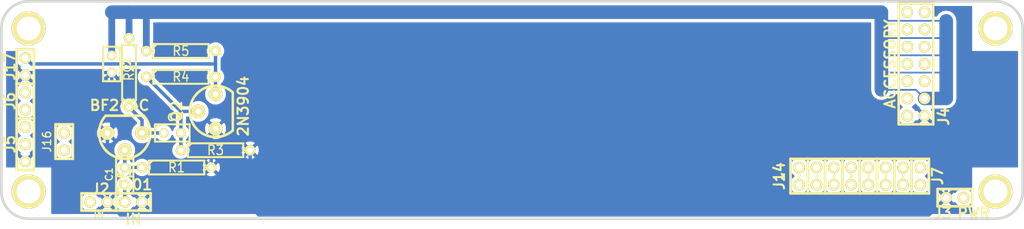
<source format=kicad_pcb>
(kicad_pcb (version 3) (host pcbnew "(2013-07-07 BZR 4022)-stable")

  (general
    (links 24)
    (no_connects 0)
    (area 92.586934 96.4816 257.413066 136.1684)
    (thickness 1.6)
    (drawings 8)
    (tracks 60)
    (zones 0)
    (modules 30)
    (nets 20)
  )

  (page A4)
  (layers
    (15 F.Cu signal)
    (0 B.Cu signal)
    (16 B.Adhes user)
    (17 F.Adhes user)
    (18 B.Paste user)
    (19 F.Paste user)
    (20 B.SilkS user)
    (21 F.SilkS user)
    (22 B.Mask user)
    (23 F.Mask user)
    (24 Dwgs.User user)
    (25 Cmts.User user)
    (26 Eco1.User user)
    (27 Eco2.User user)
    (28 Edge.Cuts user)
  )

  (setup
    (last_trace_width 0.254)
    (user_trace_width 0.254)
    (user_trace_width 0.5)
    (user_trace_width 1)
    (user_trace_width 2)
    (trace_clearance 0.254)
    (zone_clearance 0.5)
    (zone_45_only no)
    (trace_min 0.254)
    (segment_width 0.381)
    (edge_width 0.381)
    (via_size 0.889)
    (via_drill 0.635)
    (via_min_size 0.889)
    (via_min_drill 0.508)
    (uvia_size 0.508)
    (uvia_drill 0.127)
    (uvias_allowed no)
    (uvia_min_size 0.508)
    (uvia_min_drill 0.127)
    (pcb_text_width 0.3048)
    (pcb_text_size 1.524 2.032)
    (mod_edge_width 0.2)
    (mod_text_size 1.524 1.524)
    (mod_text_width 0.3048)
    (pad_size 1.69926 1.69926)
    (pad_drill 1.00076)
    (pad_to_mask_clearance 0.254)
    (aux_axis_origin 100 100)
    (visible_elements 7FFFFFFF)
    (pcbplotparams
      (layerselection 3178497)
      (usegerberextensions true)
      (excludeedgelayer true)
      (linewidth 0.150000)
      (plotframeref false)
      (viasonmask false)
      (mode 1)
      (useauxorigin false)
      (hpglpennumber 1)
      (hpglpenspeed 20)
      (hpglpendiameter 15)
      (hpglpenoverlay 2)
      (psnegative false)
      (psa4output false)
      (plotreference true)
      (plotvalue true)
      (plotothertext true)
      (plotinvisibletext false)
      (padsonsilk false)
      (subtractmaskfromsilk false)
      (outputformat 1)
      (mirror false)
      (drillshape 1)
      (scaleselection 1)
      (outputdirectory ""))
  )

  (net 0 "")
  (net 1 GND)
  (net 2 N-0000016)
  (net 3 N-0000018)
  (net 4 N-0000019)
  (net 5 N-000002)
  (net 6 N-0000029)
  (net 7 N-0000034)
  (net 8 N-0000035)
  (net 9 N-0000036)
  (net 10 N-0000037)
  (net 11 N-0000038)
  (net 12 N-000004)
  (net 13 N-0000040)
  (net 14 N-0000041)
  (net 15 N-0000042)
  (net 16 N-0000043)
  (net 17 N-0000080)
  (net 18 VCC)
  (net 19 VDD)

  (net_class Default "This is the default net class."
    (clearance 0.254)
    (trace_width 0.254)
    (via_dia 0.889)
    (via_drill 0.635)
    (uvia_dia 0.508)
    (uvia_drill 0.127)
    (add_net "")
    (add_net GND)
    (add_net N-0000016)
    (add_net N-0000018)
    (add_net N-0000019)
    (add_net N-000002)
    (add_net N-0000029)
    (add_net N-0000034)
    (add_net N-0000035)
    (add_net N-0000036)
    (add_net N-0000037)
    (add_net N-0000038)
    (add_net N-000004)
    (add_net N-0000040)
    (add_net N-0000041)
    (add_net N-0000042)
    (add_net N-0000043)
    (add_net N-0000080)
    (add_net VCC)
    (add_net VDD)
  )

  (module MNT_HOLE_3.5S (layer F.Cu) (tedit 52D076A0) (tstamp 52D08584)
    (at 104 104)
    (fp_text reference MNT_HOLE_3.5S (at 0 -6.35) (layer F.SilkS) hide
      (effects (font (size 1.524 1.524) (thickness 0.3048)))
    )
    (fp_text value Val** (at 0 0) (layer F.SilkS) hide
      (effects (font (size 1.524 1.524) (thickness 0.3048)))
    )
    (pad "" thru_hole circle (at 0 0) (size 5 5) (drill 3.5)
      (layers *.Cu *.Mask F.SilkS)
    )
  )

  (module MNT_HOLE_3.5S (layer F.Cu) (tedit 52D077E1) (tstamp 52D0858D)
    (at 104 128)
    (fp_text reference MNT_HOLE_3.5S (at 0 7) (layer F.SilkS) hide
      (effects (font (size 1.524 1.524) (thickness 0.3048)))
    )
    (fp_text value Val** (at 0 0) (layer F.SilkS) hide
      (effects (font (size 1.524 1.524) (thickness 0.3048)))
    )
    (pad "" thru_hole circle (at 0 0) (size 5 5) (drill 3.5)
      (layers *.Cu *.Mask F.SilkS)
    )
  )

  (module MNT_HOLE_3.5S (layer F.Cu) (tedit 52D076A0) (tstamp 52D08596)
    (at 246 104)
    (fp_text reference MNT_HOLE_3.5S (at 0 -6.35) (layer F.SilkS) hide
      (effects (font (size 1.524 1.524) (thickness 0.3048)))
    )
    (fp_text value Val** (at 0 0) (layer F.SilkS) hide
      (effects (font (size 1.524 1.524) (thickness 0.3048)))
    )
    (pad "" thru_hole circle (at 0 0) (size 5 5) (drill 3.5)
      (layers *.Cu *.Mask F.SilkS)
    )
  )

  (module MNT_HOLE_3.5S (layer F.Cu) (tedit 52D2548F) (tstamp 52D0859F)
    (at 246 128)
    (fp_text reference MNT_HOLE_3.5S (at 0 7) (layer F.SilkS) hide
      (effects (font (size 1.524 1.524) (thickness 0.3048)))
    )
    (fp_text value Val** (at 0 0) (layer F.SilkS) hide
      (effects (font (size 1.524 1.524) (thickness 0.3048)))
    )
    (pad "" thru_hole circle (at 0 0) (size 5 5) (drill 3.5)
      (layers *.Cu *.Mask F.SilkS)
    )
  )

  (module HDR-7x2 (layer F.Cu) (tedit 52D466E1) (tstamp 52D0E2FC)
    (at 234.315 109.22 270)
    (path /542389E8)
    (fp_text reference J4 (at 7.747 -4.064 270) (layer F.SilkS)
      (effects (font (size 1.524 1.524) (thickness 0.3048)))
    )
    (fp_text value ACCESSORY (at 0 3.81 270) (layer F.SilkS)
      (effects (font (size 1.524 1.524) (thickness 0.3048)))
    )
    (fp_line (start -8.89 -2.54) (end -8.89 2.54) (layer F.SilkS) (width 0.381))
    (fp_line (start -8.89 2.54) (end 8.89 2.54) (layer F.SilkS) (width 0.381))
    (fp_line (start 8.89 2.54) (end 8.89 -2.54) (layer F.SilkS) (width 0.381))
    (fp_line (start 8.89 -2.54) (end -8.89 -2.54) (layer F.SilkS) (width 0.381))
    (pad 1 thru_hole circle (at -7.62 1.27 270) (size 1.69926 1.69926) (drill 1.00076)
      (layers *.Cu *.Mask F.SilkS)
    )
    (pad 2 thru_hole circle (at -7.62 -1.27 270) (size 1.69926 1.69926) (drill 1.00076)
      (layers *.Cu *.Mask F.SilkS)
    )
    (pad 3 thru_hole circle (at -5.08 1.27 270) (size 1.69926 1.69926) (drill 1.00076)
      (layers *.Cu *.Mask F.SilkS)
    )
    (pad 4 thru_hole circle (at -5.08 -1.27 270) (size 1.69926 1.69926) (drill 1.00076)
      (layers *.Cu *.Mask F.SilkS)
    )
    (pad 5 thru_hole circle (at -2.54 1.27 270) (size 1.69926 1.69926) (drill 1.00076)
      (layers *.Cu *.Mask F.SilkS)
    )
    (pad 6 thru_hole circle (at -2.54 -1.27 270) (size 1.69926 1.69926) (drill 1.00076)
      (layers *.Cu *.Mask F.SilkS)
    )
    (pad 7 thru_hole circle (at 0 1.27 270) (size 1.69926 1.69926) (drill 1.00076)
      (layers *.Cu *.Mask F.SilkS)
    )
    (pad 8 thru_hole circle (at 0 -1.27 270) (size 1.69926 1.69926) (drill 1.00076)
      (layers *.Cu *.Mask F.SilkS)
    )
    (pad 9 thru_hole circle (at 2.54 1.27 270) (size 1.69926 1.69926) (drill 1.00076)
      (layers *.Cu *.Mask F.SilkS)
    )
    (pad 10 thru_hole circle (at 2.54 -1.27 270) (size 1.69926 1.69926) (drill 1.00076)
      (layers *.Cu *.Mask F.SilkS)
    )
    (pad 11 thru_hole circle (at 5.08 1.27 270) (size 1.69926 1.69926) (drill 1.00076)
      (layers *.Cu *.Mask F.SilkS)
    )
    (pad 12 thru_hole circle (at 5.08 -1.27 270) (size 1.69926 1.69926) (drill 1.00076)
      (layers *.Cu *.Mask F.SilkS)
      (net 19 VDD)
    )
    (pad 13 thru_hole circle (at 7.62 1.27 270) (size 1.69926 1.69926) (drill 1.00076)
      (layers *.Cu *.Mask F.SilkS)
    )
    (pad 14 thru_hole circle (at 7.62 -1.27 270) (size 1.69926 1.69926) (drill 1.00076)
      (layers *.Cu *.Mask F.SilkS)
      (net 1 GND)
    )
  )

  (module HDR-3 (layer F.Cu) (tedit 5424748D) (tstamp 52D0874A)
    (at 103.505 121.031 270)
    (path /513AB82E)
    (fp_text reference J5 (at 0 2.286 270) (layer F.SilkS)
      (effects (font (size 1.524 1.524) (thickness 0.3048)))
    )
    (fp_text value "EXT CLK" (at 0 2.54 270) (layer F.SilkS) hide
      (effects (font (size 1.524 1.524) (thickness 0.3048)))
    )
    (fp_line (start -3.81 1.27) (end 3.81 1.27) (layer F.SilkS) (width 0.39878))
    (fp_line (start -3.81 -1.27) (end 3.81 -1.27) (layer F.SilkS) (width 0.39878))
    (fp_line (start 3.81 -1.27) (end 3.81 1.27) (layer F.SilkS) (width 0.39878))
    (fp_line (start -3.81 -1.27) (end -3.81 1.27) (layer F.SilkS) (width 0.381))
    (pad 1 thru_hole circle (at -2.54 0 270) (size 1.69926 1.69926) (drill 1.00076)
      (layers *.Cu *.Mask F.SilkS)
    )
    (pad 2 thru_hole circle (at 0 0 270) (size 1.69926 1.69926) (drill 1.00076)
      (layers *.Cu *.Mask F.SilkS)
    )
    (pad 3 thru_hole circle (at 2.54 0 270) (size 1.69926 1.69926) (drill 1.00076)
      (layers *.Cu *.Mask F.SilkS)
      (net 1 GND)
    )
  )

  (module HDR-2 (layer F.Cu) (tedit 5424746A) (tstamp 52D08760)
    (at 234.95 125.73 270)
    (path /528FD292)
    (fp_text reference J7 (at 0 -2.54 270) (layer F.SilkS)
      (effects (font (size 1.524 1.524) (thickness 0.3048)))
    )
    (fp_text value ~ (at 0 2.54 270) (layer F.SilkS)
      (effects (font (size 1.524 1.524) (thickness 0.3048)))
    )
    (fp_line (start -2.54 1.27) (end 2.54 1.27) (layer F.SilkS) (width 0.39878))
    (fp_line (start -2.54 -1.27) (end 2.54 -1.27) (layer F.SilkS) (width 0.39878))
    (fp_line (start 2.54 -1.27) (end 2.54 1.27) (layer F.SilkS) (width 0.39878))
    (fp_line (start -2.54 -1.27) (end -2.54 1.27) (layer F.SilkS) (width 0.381))
    (pad 1 thru_hole circle (at -1.27 0 270) (size 1.69926 1.69926) (drill 1.00076)
      (layers *.Cu *.Mask F.SilkS)
      (net 8 N-0000035)
    )
    (pad 2 thru_hole circle (at 1.27 0 270) (size 1.69926 1.69926) (drill 1.00076)
      (layers *.Cu *.Mask F.SilkS)
    )
  )

  (module HDR-2 (layer F.Cu) (tedit 52D46793) (tstamp 52D0876A)
    (at 240.03 128.905 180)
    (path /512E951A)
    (fp_text reference J3 (at 1.778 -2.286 180) (layer F.SilkS)
      (effects (font (size 1.524 1.524) (thickness 0.3048)))
    )
    (fp_text value PWR (at -2.794 -2.286 180) (layer F.SilkS)
      (effects (font (size 1.524 1.524) (thickness 0.3048)))
    )
    (fp_line (start -2.54 1.27) (end 2.54 1.27) (layer F.SilkS) (width 0.39878))
    (fp_line (start -2.54 -1.27) (end 2.54 -1.27) (layer F.SilkS) (width 0.39878))
    (fp_line (start 2.54 -1.27) (end 2.54 1.27) (layer F.SilkS) (width 0.39878))
    (fp_line (start -2.54 -1.27) (end -2.54 1.27) (layer F.SilkS) (width 0.381))
    (pad 1 thru_hole circle (at -1.27 0 180) (size 1.69926 1.69926) (drill 1.00076)
      (layers *.Cu *.Mask F.SilkS)
      (net 18 VCC)
    )
    (pad 2 thru_hole circle (at 1.27 0 180) (size 1.69926 1.69926) (drill 1.00076)
      (layers *.Cu *.Mask F.SilkS)
      (net 1 GND)
    )
  )

  (module HDR-2 (layer F.Cu) (tedit 52D4BCBB) (tstamp 52D08774)
    (at 114.3 129.54)
    (path /512D1ED3)
    (fp_text reference J2 (at 0.254 -1.905) (layer F.SilkS)
      (effects (font (size 1.524 1.524) (thickness 0.3048)))
    )
    (fp_text value IN (at 0 1.778) (layer F.SilkS)
      (effects (font (size 1 1) (thickness 0.2)))
    )
    (fp_line (start -2.54 1.27) (end 2.54 1.27) (layer F.SilkS) (width 0.39878))
    (fp_line (start -2.54 -1.27) (end 2.54 -1.27) (layer F.SilkS) (width 0.39878))
    (fp_line (start 2.54 -1.27) (end 2.54 1.27) (layer F.SilkS) (width 0.39878))
    (fp_line (start -2.54 -1.27) (end -2.54 1.27) (layer F.SilkS) (width 0.381))
    (pad 1 thru_hole circle (at -1.27 0) (size 1.69926 1.69926) (drill 1.00076)
      (layers *.Cu *.Mask F.SilkS)
      (net 17 N-0000080)
    )
    (pad 2 thru_hole circle (at 1.27 0) (size 1.69926 1.69926) (drill 1.00076)
      (layers *.Cu *.Mask F.SilkS)
      (net 1 GND)
    )
  )

  (module HDR-2 (layer F.Cu) (tedit 5424745F) (tstamp 52D0877E)
    (at 232.41 125.73 270)
    (path /528FD2A1)
    (fp_text reference J8 (at 0 -2.54 270) (layer F.SilkS) hide
      (effects (font (size 1.524 1.524) (thickness 0.3048)))
    )
    (fp_text value ~ (at 0 2.54 270) (layer F.SilkS)
      (effects (font (size 1.524 1.524) (thickness 0.3048)))
    )
    (fp_line (start -2.54 1.27) (end 2.54 1.27) (layer F.SilkS) (width 0.39878))
    (fp_line (start -2.54 -1.27) (end 2.54 -1.27) (layer F.SilkS) (width 0.39878))
    (fp_line (start 2.54 -1.27) (end 2.54 1.27) (layer F.SilkS) (width 0.39878))
    (fp_line (start -2.54 -1.27) (end -2.54 1.27) (layer F.SilkS) (width 0.381))
    (pad 1 thru_hole circle (at -1.27 0 270) (size 1.69926 1.69926) (drill 1.00076)
      (layers *.Cu *.Mask F.SilkS)
      (net 9 N-0000036)
    )
    (pad 2 thru_hole circle (at 1.27 0 270) (size 1.69926 1.69926) (drill 1.00076)
      (layers *.Cu *.Mask F.SilkS)
    )
  )

  (module HDR-2 (layer F.Cu) (tedit 54247457) (tstamp 52D08788)
    (at 229.87 125.73 270)
    (path /528FD2B0)
    (fp_text reference J9 (at 0 -2.54 270) (layer F.SilkS) hide
      (effects (font (size 1.524 1.524) (thickness 0.3048)))
    )
    (fp_text value ~ (at 0 2.54 270) (layer F.SilkS)
      (effects (font (size 1.524 1.524) (thickness 0.3048)))
    )
    (fp_line (start -2.54 1.27) (end 2.54 1.27) (layer F.SilkS) (width 0.39878))
    (fp_line (start -2.54 -1.27) (end 2.54 -1.27) (layer F.SilkS) (width 0.39878))
    (fp_line (start 2.54 -1.27) (end 2.54 1.27) (layer F.SilkS) (width 0.39878))
    (fp_line (start -2.54 -1.27) (end -2.54 1.27) (layer F.SilkS) (width 0.381))
    (pad 1 thru_hole circle (at -1.27 0 270) (size 1.69926 1.69926) (drill 1.00076)
      (layers *.Cu *.Mask F.SilkS)
      (net 10 N-0000037)
    )
    (pad 2 thru_hole circle (at 1.27 0 270) (size 1.69926 1.69926) (drill 1.00076)
      (layers *.Cu *.Mask F.SilkS)
    )
  )

  (module HDR-2 (layer F.Cu) (tedit 54247483) (tstamp 52D08792)
    (at 103.505 114.681 90)
    (path /529D6481)
    (fp_text reference J6 (at 0 -2.286 90) (layer F.SilkS)
      (effects (font (size 1.524 1.524) (thickness 0.3048)))
    )
    (fp_text value "HF SRC" (at 0 2.54 90) (layer F.SilkS) hide
      (effects (font (size 1.524 1.524) (thickness 0.3048)))
    )
    (fp_line (start -2.54 1.27) (end 2.54 1.27) (layer F.SilkS) (width 0.39878))
    (fp_line (start -2.54 -1.27) (end 2.54 -1.27) (layer F.SilkS) (width 0.39878))
    (fp_line (start 2.54 -1.27) (end 2.54 1.27) (layer F.SilkS) (width 0.39878))
    (fp_line (start -2.54 -1.27) (end -2.54 1.27) (layer F.SilkS) (width 0.381))
    (pad 1 thru_hole circle (at -1.27 0 90) (size 1.69926 1.69926) (drill 1.00076)
      (layers *.Cu *.Mask F.SilkS)
    )
    (pad 2 thru_hole circle (at 1.27 0 90) (size 1.69926 1.69926) (drill 1.00076)
      (layers *.Cu *.Mask F.SilkS)
    )
  )

  (module HDR-2 (layer F.Cu) (tedit 542470A9) (tstamp 52D0879C)
    (at 217.17 125.73 270)
    (path /528FD2FB)
    (fp_text reference J14 (at 0 2.921 270) (layer F.SilkS)
      (effects (font (size 1.524 1.524) (thickness 0.3048)))
    )
    (fp_text value ~ (at 0 2.54 270) (layer F.SilkS)
      (effects (font (size 1.524 1.524) (thickness 0.3048)))
    )
    (fp_line (start -2.54 1.27) (end 2.54 1.27) (layer F.SilkS) (width 0.39878))
    (fp_line (start -2.54 -1.27) (end 2.54 -1.27) (layer F.SilkS) (width 0.39878))
    (fp_line (start 2.54 -1.27) (end 2.54 1.27) (layer F.SilkS) (width 0.39878))
    (fp_line (start -2.54 -1.27) (end -2.54 1.27) (layer F.SilkS) (width 0.381))
    (pad 1 thru_hole circle (at -1.27 0 270) (size 1.69926 1.69926) (drill 1.00076)
      (layers *.Cu *.Mask F.SilkS)
      (net 14 N-0000041)
    )
    (pad 2 thru_hole circle (at 1.27 0 270) (size 1.69926 1.69926) (drill 1.00076)
      (layers *.Cu *.Mask F.SilkS)
    )
  )

  (module HDR-2 (layer F.Cu) (tedit 542470B1) (tstamp 52D087A6)
    (at 219.71 125.73 270)
    (path /528FD2EC)
    (fp_text reference J13 (at 0 -2.54 270) (layer F.SilkS) hide
      (effects (font (size 1.524 1.524) (thickness 0.3048)))
    )
    (fp_text value ~ (at 0 2.54 270) (layer F.SilkS)
      (effects (font (size 1.524 1.524) (thickness 0.3048)))
    )
    (fp_line (start -2.54 1.27) (end 2.54 1.27) (layer F.SilkS) (width 0.39878))
    (fp_line (start -2.54 -1.27) (end 2.54 -1.27) (layer F.SilkS) (width 0.39878))
    (fp_line (start 2.54 -1.27) (end 2.54 1.27) (layer F.SilkS) (width 0.39878))
    (fp_line (start -2.54 -1.27) (end -2.54 1.27) (layer F.SilkS) (width 0.381))
    (pad 1 thru_hole circle (at -1.27 0 270) (size 1.69926 1.69926) (drill 1.00076)
      (layers *.Cu *.Mask F.SilkS)
      (net 15 N-0000042)
    )
    (pad 2 thru_hole circle (at 1.27 0 270) (size 1.69926 1.69926) (drill 1.00076)
      (layers *.Cu *.Mask F.SilkS)
    )
  )

  (module HDR-2 (layer F.Cu) (tedit 542470D3) (tstamp 52D087B0)
    (at 222.25 125.73 270)
    (path /528FD2DD)
    (fp_text reference J12 (at 0 -2.54 270) (layer F.SilkS) hide
      (effects (font (size 1.524 1.524) (thickness 0.3048)))
    )
    (fp_text value ~ (at 0 2.54 270) (layer F.SilkS)
      (effects (font (size 1.524 1.524) (thickness 0.3048)))
    )
    (fp_line (start -2.54 1.27) (end 2.54 1.27) (layer F.SilkS) (width 0.39878))
    (fp_line (start -2.54 -1.27) (end 2.54 -1.27) (layer F.SilkS) (width 0.39878))
    (fp_line (start 2.54 -1.27) (end 2.54 1.27) (layer F.SilkS) (width 0.39878))
    (fp_line (start -2.54 -1.27) (end -2.54 1.27) (layer F.SilkS) (width 0.381))
    (pad 1 thru_hole circle (at -1.27 0 270) (size 1.69926 1.69926) (drill 1.00076)
      (layers *.Cu *.Mask F.SilkS)
      (net 16 N-0000043)
    )
    (pad 2 thru_hole circle (at 1.27 0 270) (size 1.69926 1.69926) (drill 1.00076)
      (layers *.Cu *.Mask F.SilkS)
    )
  )

  (module HDR-2 (layer F.Cu) (tedit 542470F0) (tstamp 52D087BA)
    (at 227.33 125.73 270)
    (path /528FD2BF)
    (fp_text reference J10 (at 0 -2.54 270) (layer F.SilkS) hide
      (effects (font (size 1.524 1.524) (thickness 0.3048)))
    )
    (fp_text value ~ (at 0 2.54 270) (layer F.SilkS)
      (effects (font (size 1.524 1.524) (thickness 0.3048)))
    )
    (fp_line (start -2.54 1.27) (end 2.54 1.27) (layer F.SilkS) (width 0.39878))
    (fp_line (start -2.54 -1.27) (end 2.54 -1.27) (layer F.SilkS) (width 0.39878))
    (fp_line (start 2.54 -1.27) (end 2.54 1.27) (layer F.SilkS) (width 0.39878))
    (fp_line (start -2.54 -1.27) (end -2.54 1.27) (layer F.SilkS) (width 0.381))
    (pad 1 thru_hole circle (at -1.27 0 270) (size 1.69926 1.69926) (drill 1.00076)
      (layers *.Cu *.Mask F.SilkS)
      (net 6 N-0000029)
    )
    (pad 2 thru_hole circle (at 1.27 0 270) (size 1.69926 1.69926) (drill 1.00076)
      (layers *.Cu *.Mask F.SilkS)
    )
  )

  (module HDR-2 (layer F.Cu) (tedit 542470DE) (tstamp 52D087C4)
    (at 224.79 125.73 270)
    (path /528FD2CE)
    (fp_text reference J11 (at 0 -2.54 270) (layer F.SilkS) hide
      (effects (font (size 1.524 1.524) (thickness 0.3048)))
    )
    (fp_text value ~ (at 0 2.54 270) (layer F.SilkS)
      (effects (font (size 1.524 1.524) (thickness 0.3048)))
    )
    (fp_line (start -2.54 1.27) (end 2.54 1.27) (layer F.SilkS) (width 0.39878))
    (fp_line (start -2.54 -1.27) (end 2.54 -1.27) (layer F.SilkS) (width 0.39878))
    (fp_line (start 2.54 -1.27) (end 2.54 1.27) (layer F.SilkS) (width 0.39878))
    (fp_line (start -2.54 -1.27) (end -2.54 1.27) (layer F.SilkS) (width 0.381))
    (pad 1 thru_hole circle (at -1.27 0 270) (size 1.69926 1.69926) (drill 1.00076)
      (layers *.Cu *.Mask F.SilkS)
      (net 7 N-0000034)
    )
    (pad 2 thru_hole circle (at 1.27 0 270) (size 1.69926 1.69926) (drill 1.00076)
      (layers *.Cu *.Mask F.SilkS)
    )
  )

  (module HDR-2 (layer F.Cu) (tedit 52DDF6C5) (tstamp 52D4B715)
    (at 109.22 120.65 90)
    (path /52D4B72B)
    (fp_text reference J16 (at 0 -2.54 90) (layer F.SilkS)
      (effects (font (size 1.2 1.2) (thickness 0.2)))
    )
    (fp_text value EN_PR (at 0 2.54 90) (layer F.SilkS) hide
      (effects (font (size 1.524 1.524) (thickness 0.3048)))
    )
    (fp_line (start -2.54 1.27) (end 2.54 1.27) (layer F.SilkS) (width 0.39878))
    (fp_line (start -2.54 -1.27) (end 2.54 -1.27) (layer F.SilkS) (width 0.39878))
    (fp_line (start 2.54 -1.27) (end 2.54 1.27) (layer F.SilkS) (width 0.39878))
    (fp_line (start -2.54 -1.27) (end -2.54 1.27) (layer F.SilkS) (width 0.381))
    (pad 1 thru_hole circle (at -1.27 0 90) (size 1.69926 1.69926) (drill 1.00076)
      (layers *.Cu *.Mask F.SilkS)
      (net 13 N-0000040)
    )
    (pad 2 thru_hole circle (at 1.27 0 90) (size 1.69926 1.69926) (drill 1.00076)
      (layers *.Cu *.Mask F.SilkS)
      (net 11 N-0000038)
    )
  )

  (module HDR-2 (layer F.Cu) (tedit 52D4BD14) (tstamp 52D4B71F)
    (at 103.505 109.601 270)
    (path /54233600)
    (fp_text reference J17 (at 0 2.286 270) (layer F.SilkS)
      (effects (font (size 1.524 1.524) (thickness 0.3048)))
    )
    (fp_text value OUT (at 0 2.54 270) (layer F.SilkS) hide
      (effects (font (size 1.524 1.524) (thickness 0.3048)))
    )
    (fp_line (start -2.54 1.27) (end 2.54 1.27) (layer F.SilkS) (width 0.39878))
    (fp_line (start -2.54 -1.27) (end 2.54 -1.27) (layer F.SilkS) (width 0.39878))
    (fp_line (start 2.54 -1.27) (end 2.54 1.27) (layer F.SilkS) (width 0.39878))
    (fp_line (start -2.54 -1.27) (end -2.54 1.27) (layer F.SilkS) (width 0.381))
    (pad 1 thru_hole circle (at -1.27 0 270) (size 1.69926 1.69926) (drill 1.00076)
      (layers *.Cu *.Mask F.SilkS)
      (net 5 N-000002)
    )
    (pad 2 thru_hole circle (at 1.27 0 270) (size 1.69926 1.69926) (drill 1.00076)
      (layers *.Cu *.Mask F.SilkS)
      (net 1 GND)
    )
  )

  (module TO-92_V (layer F.Cu) (tedit 4AD970F2) (tstamp 54239457)
    (at 118.11 119.38 180)
    (path /542333D0)
    (fp_text reference Q1 (at 0 -5.715 180) (layer F.SilkS)
      (effects (font (size 1.524 1.524) (thickness 0.3048)))
    )
    (fp_text value BF244C (at 0.762 4.064 180) (layer F.SilkS)
      (effects (font (size 1.524 1.524) (thickness 0.3048)))
    )
    (fp_line (start 2.794 2.54) (end -2.794 2.54) (layer F.SilkS) (width 0.381))
    (fp_arc (start 0 0) (end 2.54 -2.794) (angle 90) (layer F.SilkS) (width 0.381))
    (fp_arc (start 0 0) (end -2.54 -2.794) (angle 90) (layer F.SilkS) (width 0.381))
    (fp_arc (start 0 0) (end -2.794 2.54) (angle 90) (layer F.SilkS) (width 0.381))
    (pad 1 thru_hole circle (at -2.54 0 180) (size 2.032 2.032) (drill 0.8001)
      (layers *.Cu *.Mask F.SilkS)
      (net 12 N-000004)
    )
    (pad 2 thru_hole circle (at 0 -2.54 180) (size 2.032 2.032) (drill 0.8001)
      (layers *.Cu *.Mask F.SilkS)
      (net 4 N-0000019)
    )
    (pad 3 thru_hole circle (at 2.54 0 180) (size 2.032 2.032) (drill 0.8001)
      (layers *.Cu *.Mask F.SilkS)
      (net 1 GND)
    )
  )

  (module TO-92_V (layer F.Cu) (tedit 4AD970F2) (tstamp 54239462)
    (at 131.445 116.205 90)
    (path /54233463)
    (fp_text reference Q2 (at 0 -5.715 90) (layer F.SilkS)
      (effects (font (size 1.524 1.524) (thickness 0.3048)))
    )
    (fp_text value 2N3904 (at 0.762 4.064 90) (layer F.SilkS)
      (effects (font (size 1.524 1.524) (thickness 0.3048)))
    )
    (fp_line (start 2.794 2.54) (end -2.794 2.54) (layer F.SilkS) (width 0.381))
    (fp_arc (start 0 0) (end 2.54 -2.794) (angle 90) (layer F.SilkS) (width 0.381))
    (fp_arc (start 0 0) (end -2.54 -2.794) (angle 90) (layer F.SilkS) (width 0.381))
    (fp_arc (start 0 0) (end -2.794 2.54) (angle 90) (layer F.SilkS) (width 0.381))
    (pad 1 thru_hole circle (at -2.54 0 90) (size 2.032 2.032) (drill 0.8001)
      (layers *.Cu *.Mask F.SilkS)
      (net 1 GND)
    )
    (pad 2 thru_hole circle (at 0 -2.54 90) (size 2.032 2.032) (drill 0.8001)
      (layers *.Cu *.Mask F.SilkS)
      (net 2 N-0000016)
    )
    (pad 3 thru_hole circle (at 2.54 0 90) (size 2.032 2.032) (drill 0.8001)
      (layers *.Cu *.Mask F.SilkS)
      (net 5 N-000002)
    )
  )

  (module R4 (layer F.Cu) (tedit 200000) (tstamp 54239470)
    (at 125.73 124.46)
    (descr "Resitance 4 pas")
    (tags R)
    (path /54233389)
    (autoplace_cost180 10)
    (fp_text reference R1 (at 0 0) (layer F.SilkS)
      (effects (font (size 1.397 1.27) (thickness 0.2032)))
    )
    (fp_text value 1M (at 0 0) (layer F.SilkS) hide
      (effects (font (size 1.397 1.27) (thickness 0.2032)))
    )
    (fp_line (start -5.08 0) (end -4.064 0) (layer F.SilkS) (width 0.3048))
    (fp_line (start -4.064 0) (end -4.064 -1.016) (layer F.SilkS) (width 0.3048))
    (fp_line (start -4.064 -1.016) (end 4.064 -1.016) (layer F.SilkS) (width 0.3048))
    (fp_line (start 4.064 -1.016) (end 4.064 1.016) (layer F.SilkS) (width 0.3048))
    (fp_line (start 4.064 1.016) (end -4.064 1.016) (layer F.SilkS) (width 0.3048))
    (fp_line (start -4.064 1.016) (end -4.064 0) (layer F.SilkS) (width 0.3048))
    (fp_line (start -4.064 -0.508) (end -3.556 -1.016) (layer F.SilkS) (width 0.3048))
    (fp_line (start 5.08 0) (end 4.064 0) (layer F.SilkS) (width 0.3048))
    (pad 1 thru_hole circle (at -5.08 0) (size 1.524 1.524) (drill 0.8128)
      (layers *.Cu *.Mask F.SilkS)
      (net 4 N-0000019)
    )
    (pad 2 thru_hole circle (at 5.08 0) (size 1.524 1.524) (drill 0.8128)
      (layers *.Cu *.Mask F.SilkS)
      (net 1 GND)
    )
    (model discret/resistor.wrl
      (at (xyz 0 0 0))
      (scale (xyz 0.4 0.4 0.4))
      (rotate (xyz 0 0 0))
    )
  )

  (module R4 (layer F.Cu) (tedit 200000) (tstamp 5423947E)
    (at 118.745 110.49 270)
    (descr "Resitance 4 pas")
    (tags R)
    (path /54233419)
    (autoplace_cost180 10)
    (fp_text reference R2 (at 0 0 270) (layer F.SilkS)
      (effects (font (size 1.397 1.27) (thickness 0.2032)))
    )
    (fp_text value 100 (at 0 0 270) (layer F.SilkS) hide
      (effects (font (size 1.397 1.27) (thickness 0.2032)))
    )
    (fp_line (start -5.08 0) (end -4.064 0) (layer F.SilkS) (width 0.3048))
    (fp_line (start -4.064 0) (end -4.064 -1.016) (layer F.SilkS) (width 0.3048))
    (fp_line (start -4.064 -1.016) (end 4.064 -1.016) (layer F.SilkS) (width 0.3048))
    (fp_line (start 4.064 -1.016) (end 4.064 1.016) (layer F.SilkS) (width 0.3048))
    (fp_line (start 4.064 1.016) (end -4.064 1.016) (layer F.SilkS) (width 0.3048))
    (fp_line (start -4.064 1.016) (end -4.064 0) (layer F.SilkS) (width 0.3048))
    (fp_line (start -4.064 -0.508) (end -3.556 -1.016) (layer F.SilkS) (width 0.3048))
    (fp_line (start 5.08 0) (end 4.064 0) (layer F.SilkS) (width 0.3048))
    (pad 1 thru_hole circle (at -5.08 0 270) (size 1.524 1.524) (drill 0.8128)
      (layers *.Cu *.Mask F.SilkS)
      (net 19 VDD)
    )
    (pad 2 thru_hole circle (at 5.08 0 270) (size 1.524 1.524) (drill 0.8128)
      (layers *.Cu *.Mask F.SilkS)
      (net 12 N-000004)
    )
    (model discret/resistor.wrl
      (at (xyz 0 0 0))
      (scale (xyz 0.4 0.4 0.4))
      (rotate (xyz 0 0 0))
    )
  )

  (module R4 (layer F.Cu) (tedit 200000) (tstamp 5423948C)
    (at 131.445 121.92)
    (descr "Resitance 4 pas")
    (tags R)
    (path /54233437)
    (autoplace_cost180 10)
    (fp_text reference R3 (at 0 0) (layer F.SilkS)
      (effects (font (size 1.397 1.27) (thickness 0.2032)))
    )
    (fp_text value 22K (at 0 0) (layer F.SilkS) hide
      (effects (font (size 1.397 1.27) (thickness 0.2032)))
    )
    (fp_line (start -5.08 0) (end -4.064 0) (layer F.SilkS) (width 0.3048))
    (fp_line (start -4.064 0) (end -4.064 -1.016) (layer F.SilkS) (width 0.3048))
    (fp_line (start -4.064 -1.016) (end 4.064 -1.016) (layer F.SilkS) (width 0.3048))
    (fp_line (start 4.064 -1.016) (end 4.064 1.016) (layer F.SilkS) (width 0.3048))
    (fp_line (start 4.064 1.016) (end -4.064 1.016) (layer F.SilkS) (width 0.3048))
    (fp_line (start -4.064 1.016) (end -4.064 0) (layer F.SilkS) (width 0.3048))
    (fp_line (start -4.064 -0.508) (end -3.556 -1.016) (layer F.SilkS) (width 0.3048))
    (fp_line (start 5.08 0) (end 4.064 0) (layer F.SilkS) (width 0.3048))
    (pad 1 thru_hole circle (at -5.08 0) (size 1.524 1.524) (drill 0.8128)
      (layers *.Cu *.Mask F.SilkS)
      (net 2 N-0000016)
    )
    (pad 2 thru_hole circle (at 5.08 0) (size 1.524 1.524) (drill 0.8128)
      (layers *.Cu *.Mask F.SilkS)
      (net 1 GND)
    )
    (model discret/resistor.wrl
      (at (xyz 0 0 0))
      (scale (xyz 0.4 0.4 0.4))
      (rotate (xyz 0 0 0))
    )
  )

  (module R4 (layer F.Cu) (tedit 200000) (tstamp 5423949A)
    (at 126.365 111.125)
    (descr "Resitance 4 pas")
    (tags R)
    (path /54233472)
    (autoplace_cost180 10)
    (fp_text reference R4 (at 0 0) (layer F.SilkS)
      (effects (font (size 1.397 1.27) (thickness 0.2032)))
    )
    (fp_text value 56K (at 0 0) (layer F.SilkS) hide
      (effects (font (size 1.397 1.27) (thickness 0.2032)))
    )
    (fp_line (start -5.08 0) (end -4.064 0) (layer F.SilkS) (width 0.3048))
    (fp_line (start -4.064 0) (end -4.064 -1.016) (layer F.SilkS) (width 0.3048))
    (fp_line (start -4.064 -1.016) (end 4.064 -1.016) (layer F.SilkS) (width 0.3048))
    (fp_line (start 4.064 -1.016) (end 4.064 1.016) (layer F.SilkS) (width 0.3048))
    (fp_line (start 4.064 1.016) (end -4.064 1.016) (layer F.SilkS) (width 0.3048))
    (fp_line (start -4.064 1.016) (end -4.064 0) (layer F.SilkS) (width 0.3048))
    (fp_line (start -4.064 -0.508) (end -3.556 -1.016) (layer F.SilkS) (width 0.3048))
    (fp_line (start 5.08 0) (end 4.064 0) (layer F.SilkS) (width 0.3048))
    (pad 1 thru_hole circle (at -5.08 0) (size 1.524 1.524) (drill 0.8128)
      (layers *.Cu *.Mask F.SilkS)
      (net 2 N-0000016)
    )
    (pad 2 thru_hole circle (at 5.08 0) (size 1.524 1.524) (drill 0.8128)
      (layers *.Cu *.Mask F.SilkS)
      (net 5 N-000002)
    )
    (model discret/resistor.wrl
      (at (xyz 0 0 0))
      (scale (xyz 0.4 0.4 0.4))
      (rotate (xyz 0 0 0))
    )
  )

  (module R4 (layer F.Cu) (tedit 200000) (tstamp 542394A8)
    (at 126.365 107.315)
    (descr "Resitance 4 pas")
    (tags R)
    (path /5423348B)
    (autoplace_cost180 10)
    (fp_text reference R5 (at 0 0) (layer F.SilkS)
      (effects (font (size 1.397 1.27) (thickness 0.2032)))
    )
    (fp_text value 1K2 (at 0 0) (layer F.SilkS) hide
      (effects (font (size 1.397 1.27) (thickness 0.2032)))
    )
    (fp_line (start -5.08 0) (end -4.064 0) (layer F.SilkS) (width 0.3048))
    (fp_line (start -4.064 0) (end -4.064 -1.016) (layer F.SilkS) (width 0.3048))
    (fp_line (start -4.064 -1.016) (end 4.064 -1.016) (layer F.SilkS) (width 0.3048))
    (fp_line (start 4.064 -1.016) (end 4.064 1.016) (layer F.SilkS) (width 0.3048))
    (fp_line (start 4.064 1.016) (end -4.064 1.016) (layer F.SilkS) (width 0.3048))
    (fp_line (start -4.064 1.016) (end -4.064 0) (layer F.SilkS) (width 0.3048))
    (fp_line (start -4.064 -0.508) (end -3.556 -1.016) (layer F.SilkS) (width 0.3048))
    (fp_line (start 5.08 0) (end 4.064 0) (layer F.SilkS) (width 0.3048))
    (pad 1 thru_hole circle (at -5.08 0) (size 1.524 1.524) (drill 0.8128)
      (layers *.Cu *.Mask F.SilkS)
      (net 19 VDD)
    )
    (pad 2 thru_hole circle (at 5.08 0) (size 1.524 1.524) (drill 0.8128)
      (layers *.Cu *.Mask F.SilkS)
      (net 5 N-000002)
    )
    (model discret/resistor.wrl
      (at (xyz 0 0 0))
      (scale (xyz 0.4 0.4 0.4))
      (rotate (xyz 0 0 0))
    )
  )

  (module HDR-2 (layer F.Cu) (tedit 51CBC256) (tstamp 542394B2)
    (at 119.38 129.54)
    (path /5423335C)
    (fp_text reference J101 (at 0 -2.54) (layer F.SilkS)
      (effects (font (size 1.524 1.524) (thickness 0.3048)))
    )
    (fp_text value IN (at 0 2.54) (layer F.SilkS)
      (effects (font (size 1.524 1.524) (thickness 0.3048)))
    )
    (fp_line (start -2.54 1.27) (end 2.54 1.27) (layer F.SilkS) (width 0.39878))
    (fp_line (start -2.54 -1.27) (end 2.54 -1.27) (layer F.SilkS) (width 0.39878))
    (fp_line (start 2.54 -1.27) (end 2.54 1.27) (layer F.SilkS) (width 0.39878))
    (fp_line (start -2.54 -1.27) (end -2.54 1.27) (layer F.SilkS) (width 0.381))
    (pad 1 thru_hole circle (at -1.27 0) (size 1.69926 1.69926) (drill 1.00076)
      (layers *.Cu *.Mask F.SilkS)
      (net 3 N-0000018)
    )
    (pad 2 thru_hole circle (at 1.27 0) (size 1.69926 1.69926) (drill 1.00076)
      (layers *.Cu *.Mask F.SilkS)
      (net 1 GND)
    )
  )

  (module C1 (layer F.Cu) (tedit 3F92C496) (tstamp 542394BD)
    (at 118.11 125.73 90)
    (descr "Condensateur e = 1 pas")
    (tags C)
    (path /5423337A)
    (fp_text reference C1 (at 0.254 -2.286 90) (layer F.SilkS)
      (effects (font (size 1.016 1.016) (thickness 0.2032)))
    )
    (fp_text value 100n (at 0 -2.286 90) (layer F.SilkS) hide
      (effects (font (size 1.016 1.016) (thickness 0.2032)))
    )
    (fp_line (start -2.4892 -1.27) (end 2.54 -1.27) (layer F.SilkS) (width 0.3048))
    (fp_line (start 2.54 -1.27) (end 2.54 1.27) (layer F.SilkS) (width 0.3048))
    (fp_line (start 2.54 1.27) (end -2.54 1.27) (layer F.SilkS) (width 0.3048))
    (fp_line (start -2.54 1.27) (end -2.54 -1.27) (layer F.SilkS) (width 0.3048))
    (fp_line (start -2.54 -0.635) (end -1.905 -1.27) (layer F.SilkS) (width 0.3048))
    (pad 1 thru_hole circle (at -1.27 0 90) (size 1.397 1.397) (drill 0.8128)
      (layers *.Cu *.Mask F.SilkS)
      (net 3 N-0000018)
    )
    (pad 2 thru_hole circle (at 1.27 0 90) (size 1.397 1.397) (drill 0.8128)
      (layers *.Cu *.Mask F.SilkS)
      (net 4 N-0000019)
    )
    (model discret/capa_1_pas.wrl
      (at (xyz 0 0 0))
      (scale (xyz 1 1 1))
      (rotate (xyz 0 0 0))
    )
  )

  (module C1 (layer F.Cu) (tedit 3F92C496) (tstamp 542394C8)
    (at 116.205 109.22 270)
    (descr "Condensateur e = 1 pas")
    (tags C)
    (path /54233398)
    (fp_text reference C2 (at 0.254 -2.286 270) (layer F.SilkS)
      (effects (font (size 1.016 1.016) (thickness 0.2032)))
    )
    (fp_text value 100n (at 0 -2.286 270) (layer F.SilkS) hide
      (effects (font (size 1.016 1.016) (thickness 0.2032)))
    )
    (fp_line (start -2.4892 -1.27) (end 2.54 -1.27) (layer F.SilkS) (width 0.3048))
    (fp_line (start 2.54 -1.27) (end 2.54 1.27) (layer F.SilkS) (width 0.3048))
    (fp_line (start 2.54 1.27) (end -2.54 1.27) (layer F.SilkS) (width 0.3048))
    (fp_line (start -2.54 1.27) (end -2.54 -1.27) (layer F.SilkS) (width 0.3048))
    (fp_line (start -2.54 -0.635) (end -1.905 -1.27) (layer F.SilkS) (width 0.3048))
    (pad 1 thru_hole circle (at -1.27 0 270) (size 1.397 1.397) (drill 0.8128)
      (layers *.Cu *.Mask F.SilkS)
      (net 19 VDD)
    )
    (pad 2 thru_hole circle (at 1.27 0 270) (size 1.397 1.397) (drill 0.8128)
      (layers *.Cu *.Mask F.SilkS)
      (net 1 GND)
    )
    (model discret/capa_1_pas.wrl
      (at (xyz 0 0 0))
      (scale (xyz 1 1 1))
      (rotate (xyz 0 0 0))
    )
  )

  (module C1 (layer F.Cu) (tedit 3F92C496) (tstamp 542394D3)
    (at 125.095 119.38)
    (descr "Condensateur e = 1 pas")
    (tags C)
    (path /54233428)
    (fp_text reference C3 (at 0.254 -2.286) (layer F.SilkS)
      (effects (font (size 1.016 1.016) (thickness 0.2032)))
    )
    (fp_text value 100n (at 0 -2.286) (layer F.SilkS) hide
      (effects (font (size 1.016 1.016) (thickness 0.2032)))
    )
    (fp_line (start -2.4892 -1.27) (end 2.54 -1.27) (layer F.SilkS) (width 0.3048))
    (fp_line (start 2.54 -1.27) (end 2.54 1.27) (layer F.SilkS) (width 0.3048))
    (fp_line (start 2.54 1.27) (end -2.54 1.27) (layer F.SilkS) (width 0.3048))
    (fp_line (start -2.54 1.27) (end -2.54 -1.27) (layer F.SilkS) (width 0.3048))
    (fp_line (start -2.54 -0.635) (end -1.905 -1.27) (layer F.SilkS) (width 0.3048))
    (pad 1 thru_hole circle (at -1.27 0) (size 1.397 1.397) (drill 0.8128)
      (layers *.Cu *.Mask F.SilkS)
      (net 12 N-000004)
    )
    (pad 2 thru_hole circle (at 1.27 0) (size 1.397 1.397) (drill 0.8128)
      (layers *.Cu *.Mask F.SilkS)
      (net 2 N-0000016)
    )
    (model discret/capa_1_pas.wrl
      (at (xyz 0 0 0))
      (scale (xyz 1 1 1))
      (rotate (xyz 0 0 0))
    )
  )

  (gr_arc (start 104 104) (end 100 104) (angle 90) (layer Edge.Cuts) (width 0.381))
  (gr_arc (start 104 128) (end 104 132) (angle 90) (layer Edge.Cuts) (width 0.381))
  (gr_arc (start 246 104) (end 246 100) (angle 90) (layer Edge.Cuts) (width 0.381))
  (gr_arc (start 246 128) (end 250 128) (angle 90) (layer Edge.Cuts) (width 0.381))
  (gr_line (start 246 132) (end 104 132) (angle 90) (layer Edge.Cuts) (width 0.381))
  (gr_line (start 250 104) (end 250 128) (angle 90) (layer Edge.Cuts) (width 0.381))
  (gr_line (start 104 100) (end 246 100) (angle 90) (layer Edge.Cuts) (width 0.381))
  (gr_line (start 100 104) (end 100 128) (angle 90) (layer Edge.Cuts) (width 0.381))

  (segment (start 235.585 116.84) (end 238.76 120.015) (width 0.5) (layer B.Cu) (net 1))
  (segment (start 238.76 120.015) (end 238.76 128.905) (width 0.5) (layer B.Cu) (net 1) (tstamp 54246632))
  (segment (start 136.525 121.92) (end 136.525 130.175) (width 0.5) (layer B.Cu) (net 1))
  (segment (start 236.22 131.445) (end 238.76 128.905) (width 0.5) (layer B.Cu) (net 1) (tstamp 5424661F))
  (segment (start 137.795 131.445) (end 236.22 131.445) (width 0.5) (layer B.Cu) (net 1) (tstamp 54246616))
  (segment (start 136.525 130.175) (end 137.795 131.445) (width 0.5) (layer B.Cu) (net 1) (tstamp 54246613))
  (segment (start 115.57 119.38) (end 116.205 118.745) (width 0.5) (layer B.Cu) (net 1))
  (segment (start 116.205 118.745) (end 116.205 110.49) (width 0.5) (layer B.Cu) (net 1) (tstamp 542465FC))
  (segment (start 103.505 110.871) (end 103.886 110.49) (width 0.5) (layer B.Cu) (net 1))
  (segment (start 103.886 110.49) (end 116.205 110.49) (width 0.5) (layer B.Cu) (net 1) (tstamp 542465F9))
  (segment (start 103.505 110.871) (end 101.6 112.776) (width 0.5) (layer B.Cu) (net 1))
  (segment (start 101.6 121.666) (end 103.505 123.571) (width 0.5) (layer B.Cu) (net 1) (tstamp 5423F99D))
  (segment (start 101.6 112.776) (end 101.6 121.666) (width 0.5) (layer B.Cu) (net 1) (tstamp 5423F996))
  (segment (start 115.57 119.38) (end 115.57 129.54) (width 0.5) (layer B.Cu) (net 1))
  (segment (start 115.57 129.54) (end 117.475 131.445) (width 0.5) (layer B.Cu) (net 1))
  (segment (start 118.745 131.445) (end 120.65 129.54) (width 0.5) (layer B.Cu) (net 1) (tstamp 5423F981))
  (segment (start 117.475 131.445) (end 118.745 131.445) (width 0.5) (layer B.Cu) (net 1) (tstamp 5423F97A))
  (segment (start 120.65 129.54) (end 125.73 124.46) (width 0.5) (layer B.Cu) (net 1))
  (segment (start 125.73 124.46) (end 130.81 124.46) (width 0.5) (layer B.Cu) (net 1) (tstamp 5423F974))
  (segment (start 136.525 121.92) (end 130.81 121.92) (width 0.5) (layer B.Cu) (net 1))
  (segment (start 131.445 118.745) (end 130.81 119.38) (width 0.5) (layer B.Cu) (net 1))
  (segment (start 130.81 119.38) (end 130.81 121.92) (width 0.5) (layer B.Cu) (net 1) (tstamp 5423F969))
  (segment (start 130.81 121.92) (end 130.81 124.46) (width 0.5) (layer B.Cu) (net 1) (tstamp 5423F971))
  (segment (start 128.905 116.205) (end 126.365 116.205) (width 0.5) (layer B.Cu) (net 2))
  (segment (start 126.365 119.38) (end 126.365 121.92) (width 0.5) (layer B.Cu) (net 2))
  (segment (start 121.285 111.125) (end 126.365 116.205) (width 0.5) (layer B.Cu) (net 2))
  (segment (start 126.365 116.205) (end 126.365 119.38) (width 0.5) (layer B.Cu) (net 2) (tstamp 5423F95A))
  (segment (start 118.11 127) (end 118.11 129.54) (width 0.5) (layer B.Cu) (net 3))
  (segment (start 118.11 124.46) (end 120.65 124.46) (width 0.5) (layer B.Cu) (net 4))
  (segment (start 118.11 121.92) (end 118.11 124.46) (width 0.5) (layer B.Cu) (net 4))
  (segment (start 103.505 108.331) (end 104.394 109.22) (width 0.5) (layer B.Cu) (net 5))
  (segment (start 104.394 109.22) (end 131.445 109.22) (width 0.5) (layer B.Cu) (net 5) (tstamp 54239E25))
  (segment (start 131.445 107.315) (end 131.445 109.22) (width 0.5) (layer B.Cu) (net 5))
  (segment (start 131.445 109.22) (end 131.445 111.125) (width 0.5) (layer B.Cu) (net 5) (tstamp 54239E30))
  (segment (start 131.445 111.125) (end 131.445 113.665) (width 0.5) (layer B.Cu) (net 5) (tstamp 54239E1F))
  (segment (start 123.825 119.38) (end 120.65 119.38) (width 0.5) (layer B.Cu) (net 12))
  (segment (start 120.65 119.38) (end 120.65 117.475) (width 0.5) (layer B.Cu) (net 12) (tstamp 54245CFD))
  (segment (start 120.65 117.475) (end 118.745 115.57) (width 0.5) (layer B.Cu) (net 12) (tstamp 54245CFF))
  (segment (start 235.585 114.3) (end 234.315 113.03) (width 0.254) (layer B.Cu) (net 19))
  (segment (start 229.235 113.03) (end 229.235 110.49) (width 2) (layer B.Cu) (net 19) (tstamp 5424708B))
  (segment (start 234.315 113.03) (end 229.235 113.03) (width 0.254) (layer B.Cu) (net 19) (tstamp 5424708D))
  (segment (start 238.76 110.49) (end 229.235 110.49) (width 0.254) (layer B.Cu) (net 19))
  (segment (start 238.76 107.95) (end 229.235 107.95) (width 0.254) (layer B.Cu) (net 19))
  (segment (start 238.76 105.41) (end 229.235 105.41) (width 0.254) (layer B.Cu) (net 19))
  (segment (start 229.235 102.87) (end 229.235 105.41) (width 2) (layer B.Cu) (net 19))
  (segment (start 229.235 105.41) (end 229.235 107.95) (width 2) (layer B.Cu) (net 19) (tstamp 5424707F))
  (segment (start 229.235 107.95) (end 229.235 110.49) (width 2) (layer B.Cu) (net 19) (tstamp 54247085))
  (segment (start 121.285 107.315) (end 121.285 101.6) (width 1) (layer B.Cu) (net 19))
  (segment (start 118.745 105.41) (end 118.745 101.6) (width 1) (layer B.Cu) (net 19))
  (segment (start 116.205 107.95) (end 116.205 101.6) (width 1) (layer B.Cu) (net 19))
  (segment (start 229.235 101.6) (end 121.285 101.6) (width 2) (layer B.Cu) (net 19) (tstamp 54247047))
  (segment (start 121.285 101.6) (end 118.745 101.6) (width 2) (layer B.Cu) (net 19) (tstamp 54247060))
  (segment (start 118.745 101.6) (end 116.205 101.6) (width 2) (layer B.Cu) (net 19) (tstamp 5424705C))
  (segment (start 229.235 102.87) (end 238.76 102.87) (width 0.254) (layer B.Cu) (net 19))
  (segment (start 229.235 102.87) (end 229.235 101.6) (width 2) (layer B.Cu) (net 19))
  (segment (start 235.585 114.3) (end 238.76 114.3) (width 2) (layer B.Cu) (net 19))
  (segment (start 238.76 114.3) (end 238.76 110.49) (width 2) (layer B.Cu) (net 19) (tstamp 54247016))
  (segment (start 238.76 110.49) (end 238.76 107.95) (width 2) (layer B.Cu) (net 19) (tstamp 54247087))
  (segment (start 238.76 107.95) (end 238.76 105.41) (width 2) (layer B.Cu) (net 19) (tstamp 54247081))
  (segment (start 238.76 105.41) (end 238.76 102.87) (width 2) (layer B.Cu) (net 19) (tstamp 5424707B))

  (zone (net 1) (net_name GND) (layer B.Cu) (tstamp 542474AD) (hatch edge 0.508)
    (connect_pads (clearance 0.5))
    (min_thickness 0.254)
    (fill (arc_segments 16) (thermal_gap 0.508) (thermal_bridge_width 0.508))
    (polygon
      (pts
        (xy 249.555 124.46) (xy 242.57 124.46) (xy 242.57 131.445) (xy 107.315 131.445) (xy 107.315 124.46)
        (xy 100.33 124.46) (xy 100.33 107.315) (xy 107.315 107.315) (xy 107.315 100.33) (xy 242.57 100.33)
        (xy 242.57 107.315) (xy 249.555 107.315)
      )
    )
    (filled_polygon
      (pts
        (xy 249.1825 124.333) (xy 242.443 124.333) (xy 242.443 127.959903) (xy 242.137535 127.653905) (xy 241.595008 127.428628)
        (xy 241.007569 127.428115) (xy 240.46465 127.652445) (xy 240.048905 128.067465) (xy 240.029932 128.113155) (xy 239.80369 128.040916)
        (xy 239.624084 128.220521) (xy 239.624084 127.86131) (xy 239.543856 127.610048) (xy 238.988632 127.408652) (xy 238.398601 127.435061)
        (xy 237.976144 127.610048) (xy 237.895916 127.86131) (xy 238.76 128.725395) (xy 239.624084 127.86131) (xy 239.624084 128.220521)
        (xy 238.939605 128.905) (xy 239.80369 129.769084) (xy 240.029522 129.696975) (xy 240.047445 129.74035) (xy 240.462465 130.156095)
        (xy 241.004992 130.381372) (xy 241.592431 130.381885) (xy 242.13535 130.157555) (xy 242.443 129.850441) (xy 242.443 131.1825)
        (xy 239.624084 131.1825) (xy 239.624084 129.94869) (xy 238.76 129.084605) (xy 238.580395 129.26421) (xy 238.580395 128.905)
        (xy 237.71631 128.040916) (xy 237.465048 128.121144) (xy 237.263652 128.676368) (xy 237.290061 129.266399) (xy 237.465048 129.688856)
        (xy 237.71631 129.769084) (xy 238.580395 128.905) (xy 238.580395 129.26421) (xy 237.895916 129.94869) (xy 237.976144 130.199952)
        (xy 238.531368 130.401348) (xy 239.121399 130.374939) (xy 239.543856 130.199952) (xy 239.624084 129.94869) (xy 239.624084 131.1825)
        (xy 237.081348 131.1825) (xy 236.449084 131.1825) (xy 236.449084 117.88369) (xy 235.585 117.019605) (xy 234.720916 117.88369)
        (xy 234.801144 118.134952) (xy 235.356368 118.336348) (xy 235.946399 118.309939) (xy 236.368856 118.134952) (xy 236.449084 117.88369)
        (xy 236.449084 131.1825) (xy 236.426885 131.1825) (xy 236.426885 126.707569) (xy 236.202555 126.16465) (xy 235.787535 125.748905)
        (xy 235.742566 125.730232) (xy 235.78535 125.712555) (xy 236.201095 125.297535) (xy 236.426372 124.755008) (xy 236.426885 124.167569)
        (xy 236.202555 123.62465) (xy 235.787535 123.208905) (xy 235.245008 122.983628) (xy 234.657569 122.983115) (xy 234.11465 123.207445)
        (xy 233.698905 123.622465) (xy 233.680232 123.667433) (xy 233.662555 123.62465) (xy 233.247535 123.208905) (xy 232.705008 122.983628)
        (xy 232.117569 122.983115) (xy 231.57465 123.207445) (xy 231.158905 123.622465) (xy 231.140232 123.667433) (xy 231.122555 123.62465)
        (xy 230.707535 123.208905) (xy 230.165008 122.983628) (xy 229.577569 122.983115) (xy 229.03465 123.207445) (xy 228.618905 123.622465)
        (xy 228.600232 123.667433) (xy 228.582555 123.62465) (xy 228.167535 123.208905) (xy 227.625008 122.983628) (xy 227.037569 122.983115)
        (xy 226.49465 123.207445) (xy 226.078905 123.622465) (xy 226.060232 123.667433) (xy 226.042555 123.62465) (xy 225.627535 123.208905)
        (xy 225.085008 122.983628) (xy 224.497569 122.983115) (xy 223.95465 123.207445) (xy 223.538905 123.622465) (xy 223.520232 123.667433)
        (xy 223.502555 123.62465) (xy 223.087535 123.208905) (xy 222.545008 122.983628) (xy 221.957569 122.983115) (xy 221.41465 123.207445)
        (xy 220.998905 123.622465) (xy 220.980232 123.667433) (xy 220.962555 123.62465) (xy 220.547535 123.208905) (xy 220.005008 122.983628)
        (xy 219.417569 122.983115) (xy 218.87465 123.207445) (xy 218.458905 123.622465) (xy 218.440232 123.667433) (xy 218.422555 123.62465)
        (xy 218.007535 123.208905) (xy 217.465008 122.983628) (xy 216.877569 122.983115) (xy 216.33465 123.207445) (xy 215.918905 123.622465)
        (xy 215.693628 124.164992) (xy 215.693115 124.752431) (xy 215.917445 125.29535) (xy 216.332465 125.711095) (xy 216.377433 125.729767)
        (xy 216.33465 125.747445) (xy 215.918905 126.162465) (xy 215.693628 126.704992) (xy 215.693115 127.292431) (xy 215.917445 127.83535)
        (xy 216.332465 128.251095) (xy 216.874992 128.476372) (xy 217.462431 128.476885) (xy 218.00535 128.252555) (xy 218.421095 127.837535)
        (xy 218.439767 127.792566) (xy 218.457445 127.83535) (xy 218.872465 128.251095) (xy 219.414992 128.476372) (xy 220.002431 128.476885)
        (xy 220.54535 128.252555) (xy 220.961095 127.837535) (xy 220.979767 127.792566) (xy 220.997445 127.83535) (xy 221.412465 128.251095)
        (xy 221.954992 128.476372) (xy 222.542431 128.476885) (xy 223.08535 128.252555) (xy 223.501095 127.837535) (xy 223.519767 127.792566)
        (xy 223.537445 127.83535) (xy 223.952465 128.251095) (xy 224.494992 128.476372) (xy 225.082431 128.476885) (xy 225.62535 128.252555)
        (xy 226.041095 127.837535) (xy 226.059767 127.792566) (xy 226.077445 127.83535) (xy 226.492465 128.251095) (xy 227.034992 128.476372)
        (xy 227.622431 128.476885) (xy 228.16535 128.252555) (xy 228.581095 127.837535) (xy 228.599767 127.792566) (xy 228.617445 127.83535)
        (xy 229.032465 128.251095) (xy 229.574992 128.476372) (xy 230.162431 128.476885) (xy 230.70535 128.252555) (xy 231.121095 127.837535)
        (xy 231.139767 127.792566) (xy 231.157445 127.83535) (xy 231.572465 128.251095) (xy 232.114992 128.476372) (xy 232.702431 128.476885)
        (xy 233.24535 128.252555) (xy 233.661095 127.837535) (xy 233.679767 127.792566) (xy 233.697445 127.83535) (xy 234.112465 128.251095)
        (xy 234.654992 128.476372) (xy 235.242431 128.476885) (xy 235.78535 128.252555) (xy 236.201095 127.837535) (xy 236.426372 127.295008)
        (xy 236.426885 126.707569) (xy 236.426885 131.1825) (xy 137.934143 131.1825) (xy 137.934143 122.127696) (xy 137.90636 121.572631)
        (xy 137.747396 121.188858) (xy 137.505212 121.119393) (xy 137.325607 121.298998) (xy 137.325607 120.939788) (xy 137.256142 120.697604)
        (xy 136.732696 120.510857) (xy 136.177631 120.53864) (xy 135.793858 120.697604) (xy 135.724393 120.939788) (xy 136.525 121.740395)
        (xy 137.325607 120.939788) (xy 137.325607 121.298998) (xy 136.704605 121.92) (xy 137.505212 122.720607) (xy 137.747396 122.651142)
        (xy 137.934143 122.127696) (xy 137.934143 131.1825) (xy 137.325607 131.1825) (xy 137.325607 122.900212) (xy 136.525 122.099605)
        (xy 136.345395 122.27921) (xy 136.345395 121.92) (xy 135.544788 121.119393) (xy 135.302604 121.188858) (xy 135.115857 121.712304)
        (xy 135.14364 122.267369) (xy 135.302604 122.651142) (xy 135.544788 122.720607) (xy 136.345395 121.92) (xy 136.345395 122.27921)
        (xy 135.724393 122.900212) (xy 135.793858 123.142396) (xy 136.317304 123.329143) (xy 136.872369 123.30136) (xy 137.256142 123.142396)
        (xy 137.325607 122.900212) (xy 137.325607 131.1825) (xy 133.106816 131.1825) (xy 133.106816 119.013358) (xy 133.083014 118.356981)
        (xy 132.877622 117.86112) (xy 132.609107 117.760498) (xy 132.429502 117.940103) (xy 132.429502 117.580893) (xy 132.32888 117.312378)
        (xy 131.713358 117.083184) (xy 131.056981 117.106986) (xy 130.56112 117.312378) (xy 130.460498 117.580893) (xy 131.445 118.565395)
        (xy 132.429502 117.580893) (xy 132.429502 117.940103) (xy 131.624605 118.745) (xy 132.609107 119.729502) (xy 132.877622 119.62888)
        (xy 133.106816 119.013358) (xy 133.106816 131.1825) (xy 132.429502 131.1825) (xy 132.429502 119.909107) (xy 131.445 118.924605)
        (xy 131.265395 119.10421) (xy 131.265395 118.745) (xy 130.280893 117.760498) (xy 130.012378 117.86112) (xy 129.783184 118.476642)
        (xy 129.806986 119.133019) (xy 130.012378 119.62888) (xy 130.280893 119.729502) (xy 131.265395 118.745) (xy 131.265395 119.10421)
        (xy 130.460498 119.909107) (xy 130.56112 120.177622) (xy 131.176642 120.406816) (xy 131.833019 120.383014) (xy 132.32888 120.177622)
        (xy 132.429502 119.909107) (xy 132.429502 131.1825) (xy 132.219143 131.1825) (xy 132.219143 124.667696) (xy 132.19136 124.112631)
        (xy 132.032396 123.728858) (xy 131.790212 123.659393) (xy 131.610607 123.838998) (xy 131.610607 123.479788) (xy 131.541142 123.237604)
        (xy 131.017696 123.050857) (xy 130.462631 123.07864) (xy 130.078858 123.237604) (xy 130.009393 123.479788) (xy 130.81 124.280395)
        (xy 131.610607 123.479788) (xy 131.610607 123.838998) (xy 130.989605 124.46) (xy 131.790212 125.260607) (xy 132.032396 125.191142)
        (xy 132.219143 124.667696) (xy 132.219143 131.1825) (xy 131.610607 131.1825) (xy 131.610607 125.440212) (xy 130.81 124.639605)
        (xy 130.630395 124.81921) (xy 130.630395 124.46) (xy 129.829788 123.659393) (xy 129.587604 123.728858) (xy 129.400857 124.252304)
        (xy 129.42864 124.807369) (xy 129.587604 125.191142) (xy 129.829788 125.260607) (xy 130.630395 124.46) (xy 130.630395 124.81921)
        (xy 130.009393 125.440212) (xy 130.078858 125.682396) (xy 130.602304 125.869143) (xy 131.157369 125.84136) (xy 131.541142 125.682396)
        (xy 131.610607 125.440212) (xy 131.610607 131.1825) (xy 122.146348 131.1825) (xy 122.146348 129.768632) (xy 122.119939 129.178601)
        (xy 122.03924 128.983775) (xy 122.03924 124.184923) (xy 121.828223 123.674223) (xy 121.437833 123.28315) (xy 120.927501 123.071242)
        (xy 120.374923 123.07076) (xy 119.864223 123.281777) (xy 119.562473 123.583) (xy 119.107435 123.583) (xy 118.987 123.462354)
        (xy 118.987 123.335359) (xy 119.039469 123.31368) (xy 119.502055 122.8519) (xy 119.752714 122.248247) (xy 119.753284 121.594621)
        (xy 119.50368 120.990531) (xy 119.0419 120.527945) (xy 118.438247 120.277286) (xy 117.784621 120.276716) (xy 117.231816 120.505129)
        (xy 117.231816 119.648358) (xy 117.208014 118.991981) (xy 117.002622 118.49612) (xy 116.959581 118.479991) (xy 116.959581 111.424186)
        (xy 116.205 110.669605) (xy 115.450419 111.424186) (xy 115.512072 111.659798) (xy 116.01248 111.835924) (xy 116.542198 111.807146)
        (xy 116.897928 111.659798) (xy 116.959581 111.424186) (xy 116.959581 118.479991) (xy 116.734107 118.395498) (xy 116.554502 118.575103)
        (xy 116.554502 118.215893) (xy 116.45388 117.947378) (xy 115.838358 117.718184) (xy 115.181981 117.741986) (xy 114.68612 117.947378)
        (xy 114.585498 118.215893) (xy 115.57 119.200395) (xy 116.554502 118.215893) (xy 116.554502 118.575103) (xy 115.749605 119.38)
        (xy 116.734107 120.364502) (xy 117.002622 120.26388) (xy 117.231816 119.648358) (xy 117.231816 120.505129) (xy 117.180531 120.52632)
        (xy 116.717945 120.9881) (xy 116.554502 121.381713) (xy 116.554502 120.544107) (xy 115.57 119.559605) (xy 115.390395 119.73921)
        (xy 115.390395 119.38) (xy 114.405893 118.395498) (xy 114.137378 118.49612) (xy 113.908184 119.111642) (xy 113.931986 119.768019)
        (xy 114.137378 120.26388) (xy 114.405893 120.364502) (xy 115.390395 119.38) (xy 115.390395 119.73921) (xy 114.585498 120.544107)
        (xy 114.68612 120.812622) (xy 115.301642 121.041816) (xy 115.958019 121.018014) (xy 116.45388 120.812622) (xy 116.554502 120.544107)
        (xy 116.554502 121.381713) (xy 116.467286 121.591753) (xy 116.466716 122.245379) (xy 116.71632 122.849469) (xy 117.1781 123.312055)
        (xy 117.233 123.334851) (xy 117.233 123.462564) (xy 116.986951 123.708184) (xy 116.784731 124.195185) (xy 116.78427 124.722502)
        (xy 116.985641 125.209854) (xy 117.358184 125.583049) (xy 117.712351 125.730111) (xy 117.360146 125.875641) (xy 116.986951 126.248184)
        (xy 116.784731 126.735185) (xy 116.78427 127.262502) (xy 116.985641 127.749854) (xy 117.233 127.997645) (xy 117.233 128.329022)
        (xy 116.858905 128.702465) (xy 116.839932 128.748155) (xy 116.61369 128.675916) (xy 116.434084 128.855521) (xy 116.434084 128.49631)
        (xy 116.353856 128.245048) (xy 115.798632 128.043652) (xy 115.208601 128.070061) (xy 114.786144 128.245048) (xy 114.705916 128.49631)
        (xy 115.57 129.360395) (xy 116.434084 128.49631) (xy 116.434084 128.855521) (xy 115.749605 129.54) (xy 116.61369 130.404084)
        (xy 116.839522 130.331975) (xy 116.857445 130.37535) (xy 117.272465 130.791095) (xy 117.814992 131.016372) (xy 118.402431 131.016885)
        (xy 118.94535 130.792555) (xy 119.361095 130.377535) (xy 119.380067 130.331844) (xy 119.60631 130.404084) (xy 120.470395 129.54)
        (xy 119.60631 128.675916) (xy 119.380477 128.748024) (xy 119.362555 128.70465) (xy 118.987 128.328438) (xy 118.987 127.997435)
        (xy 119.233049 127.751816) (xy 119.435269 127.264815) (xy 119.43573 126.737498) (xy 119.234359 126.250146) (xy 118.861816 125.876951)
        (xy 118.507648 125.729888) (xy 118.859854 125.584359) (xy 119.107645 125.337) (xy 119.56284 125.337) (xy 119.862167 125.63685)
        (xy 120.372499 125.848758) (xy 120.925077 125.84924) (xy 121.435777 125.638223) (xy 121.82685 125.247833) (xy 122.038758 124.737501)
        (xy 122.03924 124.184923) (xy 122.03924 128.983775) (xy 121.944952 128.756144) (xy 121.69369 128.675916) (xy 121.514084 128.855521)
        (xy 121.514084 128.49631) (xy 121.433856 128.245048) (xy 120.878632 128.043652) (xy 120.288601 128.070061) (xy 119.866144 128.245048)
        (xy 119.785916 128.49631) (xy 120.65 129.360395) (xy 121.514084 128.49631) (xy 121.514084 128.855521) (xy 120.829605 129.54)
        (xy 121.69369 130.404084) (xy 121.944952 130.323856) (xy 122.146348 129.768632) (xy 122.146348 131.1825) (xy 121.514084 131.1825)
        (xy 121.514084 130.58369) (xy 120.65 129.719605) (xy 119.785916 130.58369) (xy 119.866144 130.834952) (xy 120.421368 131.036348)
        (xy 121.011399 131.009939) (xy 121.433856 130.834952) (xy 121.514084 130.58369) (xy 121.514084 131.1825) (xy 116.434084 131.1825)
        (xy 116.434084 130.58369) (xy 115.57 129.719605) (xy 115.390395 129.89921) (xy 115.390395 129.54) (xy 114.52631 128.675916)
        (xy 114.300477 128.748024) (xy 114.282555 128.70465) (xy 113.867535 128.288905) (xy 113.325008 128.063628) (xy 112.737569 128.063115)
        (xy 112.19465 128.287445) (xy 111.778905 128.702465) (xy 111.553628 129.244992) (xy 111.553115 129.832431) (xy 111.777445 130.37535)
        (xy 112.192465 130.791095) (xy 112.734992 131.016372) (xy 113.322431 131.016885) (xy 113.86535 130.792555) (xy 114.281095 130.377535)
        (xy 114.300067 130.331844) (xy 114.52631 130.404084) (xy 115.390395 129.54) (xy 115.390395 129.89921) (xy 114.705916 130.58369)
        (xy 114.786144 130.834952) (xy 115.341368 131.036348) (xy 115.931399 131.009939) (xy 116.353856 130.834952) (xy 116.434084 130.58369)
        (xy 116.434084 131.1825) (xy 110.696885 131.1825) (xy 110.696885 121.627569) (xy 110.472555 121.08465) (xy 110.057535 120.668905)
        (xy 110.012566 120.650232) (xy 110.05535 120.632555) (xy 110.471095 120.217535) (xy 110.696372 119.675008) (xy 110.696885 119.087569)
        (xy 110.472555 118.54465) (xy 110.057535 118.128905) (xy 109.515008 117.903628) (xy 108.927569 117.903115) (xy 108.38465 118.127445)
        (xy 107.968905 118.542465) (xy 107.743628 119.084992) (xy 107.743115 119.672431) (xy 107.967445 120.21535) (xy 108.382465 120.631095)
        (xy 108.427433 120.649767) (xy 108.38465 120.667445) (xy 107.968905 121.082465) (xy 107.743628 121.624992) (xy 107.743115 122.212431)
        (xy 107.967445 122.75535) (xy 108.382465 123.171095) (xy 108.924992 123.396372) (xy 109.512431 123.396885) (xy 110.05535 123.172555)
        (xy 110.471095 122.757535) (xy 110.696372 122.215008) (xy 110.696885 121.627569) (xy 110.696885 131.1825) (xy 107.442 131.1825)
        (xy 107.442 124.333) (xy 104.807879 124.333) (xy 105.001348 123.799632) (xy 104.981885 123.364788) (xy 104.981885 120.738569)
        (xy 104.757555 120.19565) (xy 104.342535 119.779905) (xy 104.297566 119.761232) (xy 104.34035 119.743555) (xy 104.756095 119.328535)
        (xy 104.981372 118.786008) (xy 104.981885 118.198569) (xy 104.757555 117.65565) (xy 104.342535 117.239905) (xy 104.297566 117.221232)
        (xy 104.34035 117.203555) (xy 104.756095 116.788535) (xy 104.981372 116.246008) (xy 104.981885 115.658569) (xy 104.757555 115.11565)
        (xy 104.342535 114.699905) (xy 104.297566 114.681232) (xy 104.34035 114.663555) (xy 104.756095 114.248535) (xy 104.981372 113.706008)
        (xy 104.981885 113.118569) (xy 104.757555 112.57565) (xy 104.342535 112.159905) (xy 104.296844 112.140932) (xy 104.369084 111.91469)
        (xy 103.505 111.050605) (xy 103.325395 111.23021) (xy 103.325395 110.871) (xy 102.46131 110.006916) (xy 102.210048 110.087144)
        (xy 102.008652 110.642368) (xy 102.035061 111.232399) (xy 102.210048 111.654856) (xy 102.46131 111.735084) (xy 103.325395 110.871)
        (xy 103.325395 111.23021) (xy 102.640916 111.91469) (xy 102.713024 112.140522) (xy 102.66965 112.158445) (xy 102.253905 112.573465)
        (xy 102.028628 113.115992) (xy 102.028115 113.703431) (xy 102.252445 114.24635) (xy 102.667465 114.662095) (xy 102.712433 114.680767)
        (xy 102.66965 114.698445) (xy 102.253905 115.113465) (xy 102.028628 115.655992) (xy 102.028115 116.243431) (xy 102.252445 116.78635)
        (xy 102.667465 117.202095) (xy 102.712433 117.220767) (xy 102.66965 117.238445) (xy 102.253905 117.653465) (xy 102.028628 118.195992)
        (xy 102.028115 118.783431) (xy 102.252445 119.32635) (xy 102.667465 119.742095) (xy 102.712433 119.760767) (xy 102.66965 119.778445)
        (xy 102.253905 120.193465) (xy 102.028628 120.735992) (xy 102.028115 121.323431) (xy 102.252445 121.86635) (xy 102.667465 122.282095)
        (xy 102.713155 122.301067) (xy 102.640916 122.52731) (xy 103.505 123.391395) (xy 104.369084 122.52731) (xy 104.296975 122.301477)
        (xy 104.34035 122.283555) (xy 104.756095 121.868535) (xy 104.981372 121.326008) (xy 104.981885 120.738569) (xy 104.981885 123.364788)
        (xy 104.974939 123.209601) (xy 104.799952 122.787144) (xy 104.54869 122.706916) (xy 103.684605 123.571) (xy 103.698747 123.585142)
        (xy 103.519142 123.764747) (xy 103.505 123.750605) (xy 103.490857 123.764747) (xy 103.311252 123.585142) (xy 103.325395 123.571)
        (xy 102.46131 122.706916) (xy 102.210048 122.787144) (xy 102.008652 123.342368) (xy 102.035061 123.932399) (xy 102.200994 124.333)
        (xy 100.8175 124.333) (xy 100.8175 107.442) (xy 102.305459 107.442) (xy 102.253905 107.493465) (xy 102.028628 108.035992)
        (xy 102.028115 108.623431) (xy 102.252445 109.16635) (xy 102.667465 109.582095) (xy 102.713155 109.601067) (xy 102.640916 109.82731)
        (xy 103.505 110.691395) (xy 103.519142 110.677252) (xy 103.698747 110.856857) (xy 103.684605 110.871) (xy 104.54869 111.735084)
        (xy 104.799952 111.654856) (xy 105.001348 111.099632) (xy 104.974939 110.509601) (xy 104.804034 110.097) (xy 114.929637 110.097)
        (xy 114.859076 110.29748) (xy 114.887854 110.827198) (xy 115.035202 111.182928) (xy 115.270814 111.244581) (xy 116.025395 110.49)
        (xy 116.011252 110.475857) (xy 116.190857 110.296252) (xy 116.205 110.310395) (xy 116.219142 110.296252) (xy 116.398747 110.475857)
        (xy 116.384605 110.49) (xy 117.139186 111.244581) (xy 117.374798 111.182928) (xy 117.550924 110.68252) (xy 117.522146 110.152802)
        (xy 117.499032 110.097) (xy 120.348737 110.097) (xy 120.10815 110.337167) (xy 119.896242 110.847499) (xy 119.89576 111.400077)
        (xy 120.106777 111.910777) (xy 120.497167 112.30185) (xy 121.007499 112.513758) (xy 121.433864 112.514129) (xy 125.488 116.568265)
        (xy 125.488 118.382564) (xy 125.241951 118.628184) (xy 125.094888 118.982351) (xy 124.949359 118.630146) (xy 124.576816 118.256951)
        (xy 124.089815 118.054731) (xy 123.562498 118.05427) (xy 123.075146 118.255641) (xy 122.827354 118.503) (xy 122.065359 118.503)
        (xy 122.04368 118.450531) (xy 121.5819 117.987945) (xy 121.527 117.965148) (xy 121.527 117.475) (xy 121.526999 117.474999)
        (xy 121.527 117.474999) (xy 121.51372 117.408241) (xy 121.460242 117.139387) (xy 121.460241 117.139386) (xy 121.270133 116.854867)
        (xy 121.270129 116.854864) (xy 120.13387 115.718604) (xy 120.13424 115.294923) (xy 119.923223 114.784223) (xy 119.532833 114.39315)
        (xy 119.022501 114.181242) (xy 118.469923 114.18076) (xy 117.959223 114.391777) (xy 117.56815 114.782167) (xy 117.356242 115.292499)
        (xy 117.35576 115.845077) (xy 117.566777 116.355777) (xy 117.957167 116.74685) (xy 118.467499 116.958758) (xy 118.893864 116.959129)
        (xy 119.773 117.838265) (xy 119.773 117.96464) (xy 119.720531 117.98632) (xy 119.257945 118.4481) (xy 119.007286 119.051753)
        (xy 119.006716 119.705379) (xy 119.25632 120.309469) (xy 119.7181 120.772055) (xy 120.321753 121.022714) (xy 120.975379 121.023284)
        (xy 121.579469 120.77368) (xy 122.042055 120.3119) (xy 122.064851 120.257) (xy 122.827564 120.257) (xy 123.073184 120.503049)
        (xy 123.560185 120.705269) (xy 124.087502 120.70573) (xy 124.574854 120.504359) (xy 124.948049 120.131816) (xy 125.095111 119.777648)
        (xy 125.240641 120.129854) (xy 125.488 120.377645) (xy 125.488 120.83284) (xy 125.18815 121.132167) (xy 124.976242 121.642499)
        (xy 124.97576 122.195077) (xy 125.186777 122.705777) (xy 125.577167 123.09685) (xy 126.087499 123.308758) (xy 126.640077 123.30924)
        (xy 127.150777 123.098223) (xy 127.54185 122.707833) (xy 127.753758 122.197501) (xy 127.75424 121.644923) (xy 127.543223 121.134223)
        (xy 127.242 120.832473) (xy 127.242 120.377435) (xy 127.488049 120.131816) (xy 127.690269 119.644815) (xy 127.69073 119.117498)
        (xy 127.489359 118.630146) (xy 127.242 118.382354) (xy 127.242 117.082) (xy 127.48964 117.082) (xy 127.51132 117.134469)
        (xy 127.9731 117.597055) (xy 128.576753 117.847714) (xy 129.230379 117.848284) (xy 129.834469 117.59868) (xy 130.297055 117.1369)
        (xy 130.547714 116.533247) (xy 130.548284 115.879621) (xy 130.29868 115.275531) (xy 129.8369 114.812945) (xy 129.233247 114.562286)
        (xy 128.579621 114.561716) (xy 127.975531 114.81132) (xy 127.512945 115.2731) (xy 127.490148 115.328) (xy 126.728265 115.328)
        (xy 122.67387 111.273604) (xy 122.67424 110.849923) (xy 122.463223 110.339223) (xy 122.221423 110.097) (xy 130.508737 110.097)
        (xy 130.26815 110.337167) (xy 130.056242 110.847499) (xy 130.05576 111.400077) (xy 130.266777 111.910777) (xy 130.568 112.212526)
        (xy 130.568 112.24964) (xy 130.515531 112.27132) (xy 130.052945 112.7331) (xy 129.802286 113.336753) (xy 129.801716 113.990379)
        (xy 130.05132 114.594469) (xy 130.5131 115.057055) (xy 131.116753 115.307714) (xy 131.770379 115.308284) (xy 132.374469 115.05868)
        (xy 132.837055 114.5969) (xy 133.087714 113.993247) (xy 133.088284 113.339621) (xy 132.83868 112.735531) (xy 132.3769 112.272945)
        (xy 132.322 112.250148) (xy 132.322 112.212159) (xy 132.62185 111.912833) (xy 132.833758 111.402501) (xy 132.83424 110.849923)
        (xy 132.623223 110.339223) (xy 132.322 110.037473) (xy 132.322 109.22) (xy 132.322 108.402159) (xy 132.62185 108.102833)
        (xy 132.833758 107.592501) (xy 132.83424 107.039923) (xy 132.623223 106.529223) (xy 132.232833 106.13815) (xy 131.722501 105.926242)
        (xy 131.169923 105.92576) (xy 130.659223 106.136777) (xy 130.26815 106.527167) (xy 130.056242 107.037499) (xy 130.05576 107.590077)
        (xy 130.266777 108.100777) (xy 130.508576 108.343) (xy 122.221262 108.343) (xy 122.46185 108.102833) (xy 122.673758 107.592501)
        (xy 122.67424 107.039923) (xy 122.463223 106.529223) (xy 122.412 106.47791) (xy 122.412 103.227) (xy 227.608 103.227)
        (xy 227.608 105.41) (xy 227.608 107.95) (xy 227.608 110.49) (xy 227.608 113.03) (xy 227.731848 113.652626)
        (xy 228.084537 114.180463) (xy 228.612374 114.533152) (xy 229.235 114.657) (xy 229.857626 114.533152) (xy 230.385463 114.180463)
        (xy 230.65037 113.784) (xy 231.660391 113.784) (xy 231.568628 114.004992) (xy 231.568115 114.592431) (xy 231.792445 115.13535)
        (xy 232.207465 115.551095) (xy 232.252433 115.569767) (xy 232.20965 115.587445) (xy 231.793905 116.002465) (xy 231.568628 116.544992)
        (xy 231.568115 117.132431) (xy 231.792445 117.67535) (xy 232.207465 118.091095) (xy 232.749992 118.316372) (xy 233.337431 118.316885)
        (xy 233.88035 118.092555) (xy 234.296095 117.677535) (xy 234.315067 117.631844) (xy 234.54131 117.704084) (xy 235.405395 116.84)
        (xy 234.54131 115.975916) (xy 234.315477 116.048024) (xy 234.297555 116.00465) (xy 233.882535 115.588905) (xy 233.837566 115.570232)
        (xy 233.88035 115.552555) (xy 234.253714 115.179842) (xy 234.434537 115.450463) (xy 234.761572 115.66898) (xy 234.720916 115.79631)
        (xy 235.585 116.660395) (xy 235.599142 116.646252) (xy 235.778747 116.825857) (xy 235.764605 116.84) (xy 236.62869 117.704084)
        (xy 236.879952 117.623856) (xy 237.081348 117.068632) (xy 237.054939 116.478601) (xy 236.879952 116.056144) (xy 236.628691 115.975916)
        (xy 236.677608 115.927) (xy 238.76 115.927) (xy 239.382626 115.803152) (xy 239.910463 115.450463) (xy 240.263152 114.922626)
        (xy 240.387 114.3) (xy 240.387 110.49) (xy 240.387 107.95) (xy 240.387 105.41) (xy 240.387 102.87)
        (xy 240.263152 102.247374) (xy 239.910463 101.719537) (xy 239.382626 101.366848) (xy 238.76 101.243) (xy 238.137374 101.366848)
        (xy 237.609537 101.719537) (xy 237.344629 102.116) (xy 236.969608 102.116) (xy 237.061372 101.895008) (xy 237.061885 101.307569)
        (xy 236.859392 100.8175) (xy 242.443 100.8175) (xy 242.443 107.442) (xy 249.1825 107.442) (xy 249.1825 124.333)
      )
    )
  )
)

</source>
